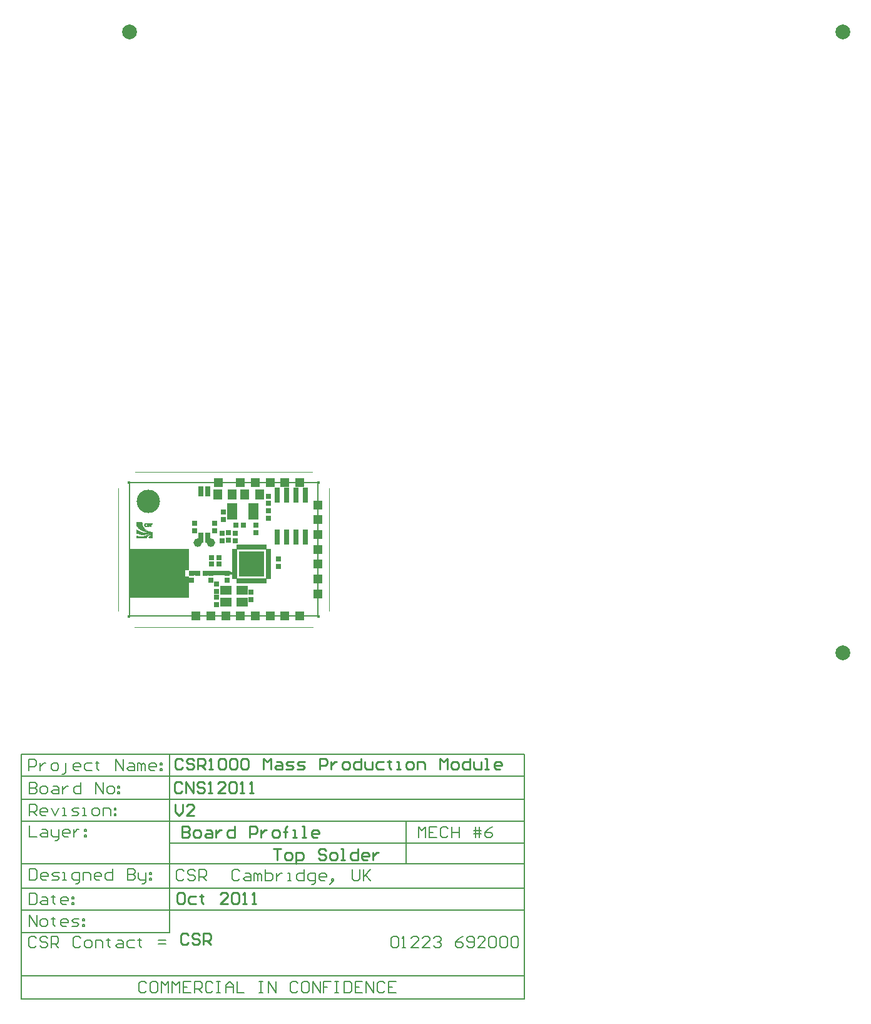
<source format=gts>
%FSAX44Y44*%
%MOMM*%
G71*
G01*
G75*
G04 Layer_Color=8388736*
%ADD10R,0.6000X1.9000*%
%ADD11R,0.3500X0.5000*%
%ADD12R,0.5000X0.3500*%
%ADD13R,3.2000X3.2000*%
%ADD14R,1.4000X1.1000*%
%ADD15R,0.6000X1.2000*%
%ADD16R,1.3000X2.1000*%
%ADD17R,1.0000X1.2000*%
%ADD18R,0.5000X0.5000*%
%ADD19C,1.0000*%
%ADD20R,0.5000X0.5000*%
%ADD21C,0.2600*%
%ADD22C,0.2000*%
%ADD23C,0.1500*%
%ADD24C,0.4500*%
%ADD25C,0.3500*%
%ADD26C,0.1250*%
%ADD27C,0.4000*%
%ADD28C,0.2540*%
%ADD29C,0.3000*%
%ADD30C,0.5000*%
%ADD31C,0.0000*%
%ADD32C,0.1000*%
%ADD33R,1.0000X1.0000*%
%ADD34C,0.3000*%
%ADD35R,1.0000X1.0000*%
%ADD36C,3.0000*%
%ADD37C,0.6000*%
%ADD38C,0.0142*%
%ADD39C,0.0203*%
%ADD40C,0.0081*%
%ADD41R,8.0500X2.8750*%
%ADD42R,7.5500X1.0250*%
%ADD43R,0.7500X2.0500*%
%ADD44R,0.5100X0.6600*%
%ADD45R,0.6600X0.5100*%
%ADD46R,3.3600X3.3600*%
%ADD47R,1.5500X1.2500*%
%ADD48R,0.7600X1.3600*%
%ADD49R,1.4500X2.2500*%
%ADD50R,1.1500X1.3500*%
%ADD51R,0.6500X0.6500*%
%ADD52C,2.0000*%
%ADD53R,0.6500X0.6500*%
%ADD54R,1.1600X1.1600*%
%ADD55C,0.4500*%
%ADD56R,1.1600X1.1600*%
%ADD57C,3.1600*%
%ADD58C,0.7600*%
%ADD59C,1.1600*%
G36*
X00464554Y00906600D02*
X00460075D01*
X00461153Y00907852D01*
X00462663Y00910061D01*
X00463841Y00912196D01*
X00464554Y00913771D01*
X00464554Y00906600D01*
D02*
G37*
G36*
X00529440Y00855400D02*
X00514840D01*
X00514840Y00861900D01*
X00529440D01*
Y00855400D01*
D02*
G37*
G36*
X00569387Y00861846D02*
Y00860950D01*
X00573640Y00860100D01*
Y00856600D01*
X00569387Y00856175D01*
Y00855351D01*
X00532892D01*
Y00861849D01*
X00569387Y00861846D01*
D02*
G37*
G36*
X00450918Y00925635D02*
X00451470Y00923352D01*
X00452243Y00921401D01*
X00453495Y00919376D01*
X00454894Y00917756D01*
X00455888Y00916909D01*
X00456993Y00916062D01*
X00458539Y00915179D01*
X00460122Y00914516D01*
X00461889Y00914037D01*
X00463950Y00913756D01*
X00462037Y00913632D01*
X00459754Y00913669D01*
X00456735Y00914074D01*
X00453826Y00914810D01*
X00451286Y00915805D01*
X00449519Y00916762D01*
X00447531Y00918161D01*
X00445653Y00919928D01*
X00444424Y00921449D01*
X00443407Y00922874D01*
Y00927751D01*
X00450788D01*
X00450918Y00925635D01*
D02*
G37*
G36*
X00445358Y00915841D02*
X00447494Y00914626D01*
X00450255Y00913485D01*
X00452832Y00912822D01*
X00455041Y00912491D01*
X00457435Y00912417D01*
X00459865Y00912601D01*
X00461889Y00912970D01*
X00464136Y00913595D01*
X00462295Y00912601D01*
X00459938Y00911644D01*
X00457655Y00910945D01*
X00455336Y00910466D01*
X00452869Y00910208D01*
X00450660Y00910171D01*
X00448046Y00910576D01*
X00445432Y00911349D01*
X00443407Y00912270D01*
X00443407Y00917277D01*
X00445358Y00915841D01*
D02*
G37*
G36*
X00463583Y00912564D02*
X00461411Y00910208D01*
X00459828Y00908699D01*
X00458355Y00907520D01*
X00457145Y00906593D01*
X00443407Y00906600D01*
Y00908497D01*
X00445211Y00908036D01*
X00447126Y00907741D01*
X00448782Y00907631D01*
X00450329D01*
X00452096Y00907778D01*
X00453900Y00908073D01*
X00455851Y00908588D01*
X00457508Y00909177D01*
X00459165Y00909914D01*
X00461079Y00911018D01*
X00462773Y00912196D01*
X00464062Y00913301D01*
X00463583Y00912564D01*
D02*
G37*
D22*
X00967940Y00282760D02*
Y00432640D01*
X00287837Y00282569D02*
X00967836D01*
X00807837Y00465498D02*
Y00522569D01*
X00487940Y00493569D02*
X00761837D01*
X00487940Y00405173D02*
Y00432640D01*
X00287940Y00416569D02*
Y00432640D01*
X00757836Y00493569D02*
X00967940D01*
X00287837Y00372569D02*
X00487836D01*
X00287940Y00282760D02*
Y00416569D01*
Y00613760D02*
X00967940Y00613640D01*
X00287940Y00552640D02*
X00477940Y00552640D01*
X00287940Y00522640D02*
X00477940D01*
X00287940Y00432640D02*
X00477940D01*
X00287940Y00402640D02*
X00477940D01*
X00487940Y00432640D02*
Y00613760D01*
X00287940Y00432640D02*
Y00613760D01*
X00477940Y00552640D02*
X00967940D01*
X00477940Y00522640D02*
X00967940D01*
X00477940Y00432640D02*
X00967940D01*
X00477940Y00402640D02*
X00967940D01*
Y00432640D02*
Y00613640D01*
X00487940Y00372569D02*
Y00405173D01*
X00287940Y00465569D02*
X00967940D01*
X00287940Y00583569D02*
X00967940D01*
X00287940Y00313569D02*
X00967940D01*
X00456937Y00303256D02*
X00454437Y00305755D01*
X00449439D01*
X00446940Y00303256D01*
Y00293259D01*
X00449439Y00290760D01*
X00454437D01*
X00456937Y00293259D01*
X00469433Y00305755D02*
X00464434D01*
X00461935Y00303256D01*
Y00293259D01*
X00464434Y00290760D01*
X00469433D01*
X00471932Y00293259D01*
Y00303256D01*
X00469433Y00305755D01*
X00476930Y00290760D02*
Y00305755D01*
X00481929Y00300757D01*
X00486927Y00305755D01*
Y00290760D01*
X00491925D02*
Y00305755D01*
X00496924Y00300757D01*
X00501922Y00305755D01*
Y00290760D01*
X00516917Y00305755D02*
X00506921D01*
Y00290760D01*
X00516917D01*
X00506921Y00298258D02*
X00511919D01*
X00521916Y00290760D02*
Y00305755D01*
X00529413D01*
X00531912Y00303256D01*
Y00298258D01*
X00529413Y00295758D01*
X00521916D01*
X00526914D02*
X00531912Y00290760D01*
X00546908Y00303256D02*
X00544408Y00305755D01*
X00539410D01*
X00536911Y00303256D01*
Y00293259D01*
X00539410Y00290760D01*
X00544408D01*
X00546908Y00293259D01*
X00551906Y00305755D02*
X00556904D01*
X00554405D01*
Y00290760D01*
X00551906D01*
X00556904D01*
X00564402D02*
Y00300757D01*
X00569400Y00305755D01*
X00574399Y00300757D01*
Y00290760D01*
Y00298258D01*
X00564402D01*
X00579397Y00305755D02*
Y00290760D01*
X00589394D01*
X00609387Y00305755D02*
X00614386D01*
X00611887D01*
Y00290760D01*
X00609387D01*
X00614386D01*
X00621883D02*
Y00305755D01*
X00631880Y00290760D01*
Y00305755D01*
X00661870Y00303256D02*
X00659371Y00305755D01*
X00654373D01*
X00651874Y00303256D01*
Y00293259D01*
X00654373Y00290760D01*
X00659371D01*
X00661870Y00293259D01*
X00674366Y00305755D02*
X00669368D01*
X00666869Y00303256D01*
Y00293259D01*
X00669368Y00290760D01*
X00674366D01*
X00676865Y00293259D01*
Y00303256D01*
X00674366Y00305755D01*
X00681864Y00290760D02*
Y00305755D01*
X00691861Y00290760D01*
Y00305755D01*
X00706856D02*
X00696859D01*
Y00298258D01*
X00701857D01*
X00696859D01*
Y00290760D01*
X00711854Y00305755D02*
X00716853D01*
X00714353D01*
Y00290760D01*
X00711854D01*
X00716853D01*
X00724350Y00305755D02*
Y00290760D01*
X00731848D01*
X00734347Y00293259D01*
Y00303256D01*
X00731848Y00305755D01*
X00724350D01*
X00749342D02*
X00739345D01*
Y00290760D01*
X00749342D01*
X00739345Y00298258D02*
X00744344D01*
X00754341Y00290760D02*
Y00305755D01*
X00764337Y00290760D01*
Y00305755D01*
X00779332Y00303256D02*
X00776833Y00305755D01*
X00771835D01*
X00769336Y00303256D01*
Y00293259D01*
X00771835Y00290760D01*
X00776833D01*
X00779332Y00293259D01*
X00794327Y00305755D02*
X00784331D01*
Y00290760D01*
X00794327D01*
X00784331Y00298258D02*
X00789329D01*
X00298336Y00380569D02*
Y00395564D01*
X00308333Y00380569D01*
Y00395564D01*
X00315831Y00380569D02*
X00320829D01*
X00323328Y00383068D01*
Y00388067D01*
X00320829Y00390566D01*
X00315831D01*
X00313332Y00388067D01*
Y00383068D01*
X00315831Y00380569D01*
X00330826Y00393065D02*
Y00390566D01*
X00328327D01*
X00333325D01*
X00330826D01*
Y00383068D01*
X00333325Y00380569D01*
X00348320D02*
X00343322D01*
X00340823Y00383068D01*
Y00388067D01*
X00343322Y00390566D01*
X00348320D01*
X00350819Y00388067D01*
Y00385568D01*
X00340823D01*
X00355818Y00380569D02*
X00363315D01*
X00365815Y00383068D01*
X00363315Y00385568D01*
X00358317D01*
X00355818Y00388067D01*
X00358317Y00390566D01*
X00365815D01*
X00370813D02*
X00373312D01*
Y00388067D01*
X00370813D01*
Y00390566D01*
Y00383068D02*
X00373312D01*
Y00380569D01*
X00370813D01*
Y00383068D01*
X00298336Y00530569D02*
Y00545564D01*
X00305834D01*
X00308333Y00543065D01*
Y00538067D01*
X00305834Y00535568D01*
X00298336D01*
X00303335D02*
X00308333Y00530569D01*
X00320829D02*
X00315831D01*
X00313332Y00533068D01*
Y00538067D01*
X00315831Y00540566D01*
X00320829D01*
X00323328Y00538067D01*
Y00535568D01*
X00313332D01*
X00328327Y00540566D02*
X00333325Y00530569D01*
X00338324Y00540566D01*
X00343322Y00530569D02*
X00348320D01*
X00345821D01*
Y00540566D01*
X00343322D01*
X00355818Y00530569D02*
X00363315D01*
X00365815Y00533068D01*
X00363315Y00535568D01*
X00358317D01*
X00355818Y00538067D01*
X00358317Y00540566D01*
X00365815D01*
X00370813Y00530569D02*
X00375811D01*
X00373312D01*
Y00540566D01*
X00370813D01*
X00385808Y00530569D02*
X00390807D01*
X00393306Y00533068D01*
Y00538067D01*
X00390807Y00540566D01*
X00385808D01*
X00383309Y00538067D01*
Y00533068D01*
X00385808Y00530569D01*
X00398304D02*
Y00540566D01*
X00405802D01*
X00408301Y00538067D01*
Y00530569D01*
X00413299Y00540566D02*
X00415798D01*
Y00538067D01*
X00413299D01*
Y00540566D01*
Y00533068D02*
X00415798D01*
Y00530569D01*
X00413299D01*
Y00533068D01*
X00298336Y00516564D02*
Y00501569D01*
X00308333D01*
X00315831Y00511566D02*
X00320829D01*
X00323328Y00509067D01*
Y00501569D01*
X00315831D01*
X00313332Y00504068D01*
X00315831Y00506567D01*
X00323328D01*
X00328327Y00511566D02*
Y00504068D01*
X00330826Y00501569D01*
X00338324D01*
Y00499070D01*
X00335824Y00496571D01*
X00333325D01*
X00338324Y00501569D02*
Y00511566D01*
X00350819Y00501569D02*
X00345821D01*
X00343322Y00504068D01*
Y00509067D01*
X00345821Y00511566D01*
X00350819D01*
X00353319Y00509067D01*
Y00506567D01*
X00343322D01*
X00358317Y00511566D02*
Y00501569D01*
Y00506567D01*
X00360816Y00509067D01*
X00363315Y00511566D01*
X00365815D01*
X00373312D02*
X00375811D01*
Y00509067D01*
X00373312D01*
Y00511566D01*
Y00504068D02*
X00375811D01*
Y00501569D01*
X00373312D01*
Y00504068D01*
X00298836Y00458564D02*
Y00443569D01*
X00306334D01*
X00308833Y00446068D01*
Y00456065D01*
X00306334Y00458564D01*
X00298836D01*
X00321329Y00443569D02*
X00316331D01*
X00313832Y00446068D01*
Y00451067D01*
X00316331Y00453566D01*
X00321329D01*
X00323828Y00451067D01*
Y00448568D01*
X00313832D01*
X00328827Y00443569D02*
X00336324D01*
X00338824Y00446068D01*
X00336324Y00448568D01*
X00331326D01*
X00328827Y00451067D01*
X00331326Y00453566D01*
X00338824D01*
X00343822Y00443569D02*
X00348820D01*
X00346321D01*
Y00453566D01*
X00343822D01*
X00361316Y00438571D02*
X00363815D01*
X00366315Y00441070D01*
Y00453566D01*
X00358817D01*
X00356318Y00451067D01*
Y00446068D01*
X00358817Y00443569D01*
X00366315D01*
X00371313D02*
Y00453566D01*
X00378811D01*
X00381310Y00451067D01*
Y00443569D01*
X00393806D02*
X00388807D01*
X00386308Y00446068D01*
Y00451067D01*
X00388807Y00453566D01*
X00393806D01*
X00396305Y00451067D01*
Y00448568D01*
X00386308D01*
X00411300Y00458564D02*
Y00443569D01*
X00403802D01*
X00401303Y00446068D01*
Y00451067D01*
X00403802Y00453566D01*
X00411300D01*
X00431293Y00458564D02*
Y00443569D01*
X00438791D01*
X00441290Y00446068D01*
Y00448568D01*
X00438791Y00451067D01*
X00431293D01*
X00438791D01*
X00441290Y00453566D01*
Y00456065D01*
X00438791Y00458564D01*
X00431293D01*
X00446289Y00453566D02*
Y00446068D01*
X00448788Y00443569D01*
X00456285D01*
Y00441070D01*
X00453786Y00438571D01*
X00451287D01*
X00456285Y00443569D02*
Y00453566D01*
X00461284D02*
X00463783D01*
Y00451067D01*
X00461284D01*
Y00453566D01*
Y00446068D02*
X00463783D01*
Y00443569D01*
X00461284D01*
Y00446068D01*
X00298336Y00425564D02*
Y00410569D01*
X00305834D01*
X00308333Y00413068D01*
Y00423065D01*
X00305834Y00425564D01*
X00298336D01*
X00315831Y00420566D02*
X00320829D01*
X00323328Y00418067D01*
Y00410569D01*
X00315831D01*
X00313332Y00413068D01*
X00315831Y00415568D01*
X00323328D01*
X00330826Y00423065D02*
Y00420566D01*
X00328327D01*
X00333325D01*
X00330826D01*
Y00413068D01*
X00333325Y00410569D01*
X00348320D02*
X00343322D01*
X00340823Y00413068D01*
Y00418067D01*
X00343322Y00420566D01*
X00348320D01*
X00350819Y00418067D01*
Y00415568D01*
X00340823D01*
X00355818Y00420566D02*
X00358317D01*
Y00418067D01*
X00355818D01*
Y00420566D01*
Y00413068D02*
X00358317D01*
Y00410569D01*
X00355818D01*
Y00413068D01*
X00507937Y00455136D02*
X00505438Y00457635D01*
X00500439D01*
X00497940Y00455136D01*
Y00445139D01*
X00500439Y00442640D01*
X00505438D01*
X00507937Y00445139D01*
X00522932Y00455136D02*
X00520433Y00457635D01*
X00515434D01*
X00512935Y00455136D01*
Y00452637D01*
X00515434Y00450137D01*
X00520433D01*
X00522932Y00447638D01*
Y00445139D01*
X00520433Y00442640D01*
X00515434D01*
X00512935Y00445139D01*
X00527930Y00442640D02*
Y00457635D01*
X00535428D01*
X00537927Y00455136D01*
Y00450137D01*
X00535428Y00447638D01*
X00527930D01*
X00532929D02*
X00537927Y00442640D01*
X00582912Y00455136D02*
X00580413Y00457635D01*
X00575415D01*
X00572916Y00455136D01*
Y00445139D01*
X00575415Y00442640D01*
X00580413D01*
X00582912Y00445139D01*
X00590410Y00452637D02*
X00595409D01*
X00597908Y00450137D01*
Y00442640D01*
X00590410D01*
X00587911Y00445139D01*
X00590410Y00447638D01*
X00597908D01*
X00602906Y00442640D02*
Y00452637D01*
X00605405D01*
X00607904Y00450137D01*
Y00442640D01*
Y00450137D01*
X00610404Y00452637D01*
X00612903Y00450137D01*
Y00442640D01*
X00617901Y00457635D02*
Y00442640D01*
X00625399D01*
X00627898Y00445139D01*
Y00447638D01*
Y00450137D01*
X00625399Y00452637D01*
X00617901D01*
X00632896D02*
Y00442640D01*
Y00447638D01*
X00635396Y00450137D01*
X00637895Y00452637D01*
X00640394D01*
X00647891Y00442640D02*
X00652890D01*
X00650391D01*
Y00452637D01*
X00647891D01*
X00670384Y00457635D02*
Y00442640D01*
X00662887D01*
X00660387Y00445139D01*
Y00450137D01*
X00662887Y00452637D01*
X00670384D01*
X00680381Y00437641D02*
X00682880D01*
X00685379Y00440141D01*
Y00452637D01*
X00677882D01*
X00675383Y00450137D01*
Y00445139D01*
X00677882Y00442640D01*
X00685379D01*
X00697875D02*
X00692877D01*
X00690378Y00445139D01*
Y00450137D01*
X00692877Y00452637D01*
X00697875D01*
X00700375Y00450137D01*
Y00447638D01*
X00690378D01*
X00707872Y00440141D02*
X00710371Y00442640D01*
Y00445139D01*
X00707872D01*
Y00442640D01*
X00710371D01*
X00707872Y00440141D01*
X00705373Y00437641D01*
X00735363Y00457635D02*
Y00445139D01*
X00737862Y00442640D01*
X00742861D01*
X00745360Y00445139D01*
Y00457635D01*
X00750358D02*
Y00442640D01*
Y00447638D01*
X00760355Y00457635D01*
X00752858Y00450137D01*
X00760355Y00442640D01*
X00824837Y00500569D02*
Y00515564D01*
X00829835Y00510566D01*
X00834834Y00515564D01*
Y00500569D01*
X00849829Y00515564D02*
X00839832D01*
Y00500569D01*
X00849829D01*
X00839832Y00508067D02*
X00844830D01*
X00864824Y00513065D02*
X00862325Y00515564D01*
X00857327D01*
X00854827Y00513065D01*
Y00503068D01*
X00857327Y00500569D01*
X00862325D01*
X00864824Y00503068D01*
X00869822Y00515564D02*
Y00500569D01*
Y00508067D01*
X00879819D01*
Y00515564D01*
Y00500569D01*
X00902312D02*
Y00515564D01*
X00907310D02*
Y00500569D01*
X00899813Y00510566D02*
X00907310D01*
X00909809D01*
X00899813Y00505567D02*
X00909809D01*
X00924805Y00515564D02*
X00919806Y00513065D01*
X00914808Y00508067D01*
Y00503068D01*
X00917307Y00500569D01*
X00922305D01*
X00924805Y00503068D01*
Y00505567D01*
X00922305Y00508067D01*
X00914808D01*
X00298336Y00575564D02*
Y00560569D01*
X00305834D01*
X00308333Y00563068D01*
Y00565568D01*
X00305834Y00568067D01*
X00298336D01*
X00305834D01*
X00308333Y00570566D01*
Y00573065D01*
X00305834Y00575564D01*
X00298336D01*
X00315831Y00560569D02*
X00320829D01*
X00323328Y00563068D01*
Y00568067D01*
X00320829Y00570566D01*
X00315831D01*
X00313332Y00568067D01*
Y00563068D01*
X00315831Y00560569D01*
X00330826Y00570566D02*
X00335824D01*
X00338324Y00568067D01*
Y00560569D01*
X00330826D01*
X00328327Y00563068D01*
X00330826Y00565568D01*
X00338324D01*
X00343322Y00570566D02*
Y00560569D01*
Y00565568D01*
X00345821Y00568067D01*
X00348320Y00570566D01*
X00350819D01*
X00368314Y00575564D02*
Y00560569D01*
X00360816D01*
X00358317Y00563068D01*
Y00568067D01*
X00360816Y00570566D01*
X00368314D01*
X00388307Y00560569D02*
Y00575564D01*
X00398304Y00560569D01*
Y00575564D01*
X00405802Y00560569D02*
X00410800D01*
X00413299Y00563068D01*
Y00568067D01*
X00410800Y00570566D01*
X00405802D01*
X00403302Y00568067D01*
Y00563068D01*
X00405802Y00560569D01*
X00418298Y00570566D02*
X00420797D01*
Y00568067D01*
X00418298D01*
Y00570566D01*
Y00563068D02*
X00420797D01*
Y00560569D01*
X00418298D01*
Y00563068D01*
X00307937Y00364256D02*
X00305438Y00366755D01*
X00300439D01*
X00297940Y00364256D01*
Y00354259D01*
X00300439Y00351760D01*
X00305438D01*
X00307937Y00354259D01*
X00322932Y00364256D02*
X00320433Y00366755D01*
X00315434D01*
X00312935Y00364256D01*
Y00361757D01*
X00315434Y00359258D01*
X00320433D01*
X00322932Y00356758D01*
Y00354259D01*
X00320433Y00351760D01*
X00315434D01*
X00312935Y00354259D01*
X00327930Y00351760D02*
Y00366755D01*
X00335428D01*
X00337927Y00364256D01*
Y00359258D01*
X00335428Y00356758D01*
X00327930D01*
X00332929D02*
X00337927Y00351760D01*
X00367917Y00364256D02*
X00365418Y00366755D01*
X00360420D01*
X00357921Y00364256D01*
Y00354259D01*
X00360420Y00351760D01*
X00365418D01*
X00367917Y00354259D01*
X00375415Y00351760D02*
X00380413D01*
X00382912Y00354259D01*
Y00359258D01*
X00380413Y00361757D01*
X00375415D01*
X00372916Y00359258D01*
Y00354259D01*
X00375415Y00351760D01*
X00387911D02*
Y00361757D01*
X00395408D01*
X00397908Y00359258D01*
Y00351760D01*
X00405405Y00364256D02*
Y00361757D01*
X00402906D01*
X00407904D01*
X00405405D01*
Y00354259D01*
X00407904Y00351760D01*
X00417901Y00361757D02*
X00422900D01*
X00425399Y00359258D01*
Y00351760D01*
X00417901D01*
X00415402Y00354259D01*
X00417901Y00356758D01*
X00425399D01*
X00440394Y00361757D02*
X00432896D01*
X00430397Y00359258D01*
Y00354259D01*
X00432896Y00351760D01*
X00440394D01*
X00447891Y00364256D02*
Y00361757D01*
X00445392D01*
X00450391D01*
X00447891D01*
Y00354259D01*
X00450391Y00351760D01*
X00472883Y00356758D02*
X00482880D01*
X00472883Y00361757D02*
X00482880D01*
X00787781Y00364256D02*
X00790281Y00366755D01*
X00795279D01*
X00797778Y00364256D01*
Y00354259D01*
X00795279Y00351760D01*
X00790281D01*
X00787781Y00354259D01*
Y00364256D01*
X00802776Y00351760D02*
X00807775D01*
X00805276D01*
Y00366755D01*
X00802776Y00364256D01*
X00825269Y00351760D02*
X00815273D01*
X00825269Y00361757D01*
Y00364256D01*
X00822770Y00366755D01*
X00817772D01*
X00815273Y00364256D01*
X00840264Y00351760D02*
X00830268D01*
X00840264Y00361757D01*
Y00364256D01*
X00837765Y00366755D01*
X00832767D01*
X00830268Y00364256D01*
X00845263D02*
X00847762Y00366755D01*
X00852760D01*
X00855259Y00364256D01*
Y00361757D01*
X00852760Y00359258D01*
X00850261D01*
X00852760D01*
X00855259Y00356758D01*
Y00354259D01*
X00852760Y00351760D01*
X00847762D01*
X00845263Y00354259D01*
X00885250Y00366755D02*
X00880251Y00364256D01*
X00875253Y00359258D01*
Y00354259D01*
X00877752Y00351760D01*
X00882751D01*
X00885250Y00354259D01*
Y00356758D01*
X00882751Y00359258D01*
X00875253D01*
X00890248Y00354259D02*
X00892747Y00351760D01*
X00897746D01*
X00900245Y00354259D01*
Y00364256D01*
X00897746Y00366755D01*
X00892747D01*
X00890248Y00364256D01*
Y00361757D01*
X00892747Y00359258D01*
X00900245D01*
X00915240Y00351760D02*
X00905243D01*
X00915240Y00361757D01*
Y00364256D01*
X00912741Y00366755D01*
X00907742D01*
X00905243Y00364256D01*
X00920238D02*
X00922738Y00366755D01*
X00927736D01*
X00930235Y00364256D01*
Y00354259D01*
X00927736Y00351760D01*
X00922738D01*
X00920238Y00354259D01*
Y00364256D01*
X00935234D02*
X00937733Y00366755D01*
X00942731D01*
X00945230Y00364256D01*
Y00354259D01*
X00942731Y00351760D01*
X00937733D01*
X00935234Y00354259D01*
Y00364256D01*
X00950229D02*
X00952728Y00366755D01*
X00957726D01*
X00960226Y00364256D01*
Y00354259D01*
X00957726Y00351760D01*
X00952728D01*
X00950229Y00354259D01*
Y00364256D01*
X00297940Y00591760D02*
Y00606755D01*
X00305438D01*
X00307937Y00604256D01*
Y00599258D01*
X00305438Y00596758D01*
X00297940D01*
X00312935Y00601757D02*
Y00591760D01*
Y00596758D01*
X00315434Y00599258D01*
X00317934Y00601757D01*
X00320433D01*
X00330429Y00591760D02*
X00335428D01*
X00337927Y00594259D01*
Y00599258D01*
X00335428Y00601757D01*
X00330429D01*
X00327930Y00599258D01*
Y00594259D01*
X00330429Y00591760D01*
X00342925Y00586762D02*
X00345425D01*
X00347924Y00589261D01*
Y00601757D01*
X00365418Y00591760D02*
X00360420D01*
X00357921Y00594259D01*
Y00599258D01*
X00360420Y00601757D01*
X00365418D01*
X00367917Y00599258D01*
Y00596758D01*
X00357921D01*
X00382912Y00601757D02*
X00375415D01*
X00372916Y00599258D01*
Y00594259D01*
X00375415Y00591760D01*
X00382912D01*
X00390410Y00604256D02*
Y00601757D01*
X00387911D01*
X00392909D01*
X00390410D01*
Y00594259D01*
X00392909Y00591760D01*
X00415402D02*
Y00606755D01*
X00425399Y00591760D01*
Y00606755D01*
X00432896Y00601757D02*
X00437895D01*
X00440394Y00599258D01*
Y00591760D01*
X00432896D01*
X00430397Y00594259D01*
X00432896Y00596758D01*
X00440394D01*
X00445392Y00591760D02*
Y00601757D01*
X00447891D01*
X00450391Y00599258D01*
Y00591760D01*
Y00599258D01*
X00452890Y00601757D01*
X00455389Y00599258D01*
Y00591760D01*
X00467885D02*
X00462887D01*
X00460387Y00594259D01*
Y00599258D01*
X00462887Y00601757D01*
X00467885D01*
X00470384Y00599258D01*
Y00596758D01*
X00460387D01*
X00475382Y00601757D02*
X00477882D01*
Y00599258D01*
X00475382D01*
Y00601757D01*
Y00594259D02*
X00477882D01*
Y00591760D01*
X00475382D01*
Y00594259D01*
D23*
X00434140Y00800600D02*
Y00980600D01*
X00689140D01*
Y00800600D02*
Y00980600D01*
X00434140Y00800600D02*
X00689140D01*
D28*
X00629140Y00485835D02*
X00639297D01*
X00634218D01*
Y00470600D01*
X00646914D02*
X00651993D01*
X00654532Y00473139D01*
Y00478218D01*
X00651993Y00480757D01*
X00646914D01*
X00644375Y00478218D01*
Y00473139D01*
X00646914Y00470600D01*
X00659610Y00465522D02*
Y00480757D01*
X00667228D01*
X00669767Y00478218D01*
Y00473139D01*
X00667228Y00470600D01*
X00659610D01*
X00700237Y00483296D02*
X00697698Y00485835D01*
X00692619D01*
X00690080Y00483296D01*
Y00480757D01*
X00692619Y00478218D01*
X00697698D01*
X00700237Y00475678D01*
Y00473139D01*
X00697698Y00470600D01*
X00692619D01*
X00690080Y00473139D01*
X00707855Y00470600D02*
X00712933D01*
X00715472Y00473139D01*
Y00478218D01*
X00712933Y00480757D01*
X00707855D01*
X00705315Y00478218D01*
Y00473139D01*
X00707855Y00470600D01*
X00720551D02*
X00725629D01*
X00723090D01*
Y00485835D01*
X00720551D01*
X00743403D02*
Y00470600D01*
X00735786D01*
X00733246Y00473139D01*
Y00478218D01*
X00735786Y00480757D01*
X00743403D01*
X00756099Y00470600D02*
X00751021D01*
X00748481Y00473139D01*
Y00478218D01*
X00751021Y00480757D01*
X00756099D01*
X00758638Y00478218D01*
Y00475678D01*
X00748481D01*
X00763717Y00480757D02*
Y00470600D01*
Y00475678D01*
X00766256Y00478218D01*
X00768795Y00480757D01*
X00771334D01*
X00505070Y00516085D02*
Y00500850D01*
X00512687D01*
X00515227Y00503389D01*
Y00505928D01*
X00512687Y00508467D01*
X00505070D01*
X00512687D01*
X00515227Y00511007D01*
Y00513546D01*
X00512687Y00516085D01*
X00505070D01*
X00522844Y00500850D02*
X00527923D01*
X00530462Y00503389D01*
Y00508467D01*
X00527923Y00511007D01*
X00522844D01*
X00520305Y00508467D01*
Y00503389D01*
X00522844Y00500850D01*
X00538079Y00511007D02*
X00543158D01*
X00545697Y00508467D01*
Y00500850D01*
X00538079D01*
X00535540Y00503389D01*
X00538079Y00505928D01*
X00545697D01*
X00550775Y00511007D02*
Y00500850D01*
Y00505928D01*
X00553314Y00508467D01*
X00555854Y00511007D01*
X00558393D01*
X00576167Y00516085D02*
Y00500850D01*
X00568549D01*
X00566010Y00503389D01*
Y00508467D01*
X00568549Y00511007D01*
X00576167D01*
X00596480Y00500850D02*
Y00516085D01*
X00604098D01*
X00606637Y00513546D01*
Y00508467D01*
X00604098Y00505928D01*
X00596480D01*
X00611716Y00511007D02*
Y00500850D01*
Y00505928D01*
X00614255Y00508467D01*
X00616794Y00511007D01*
X00619333D01*
X00629490Y00500850D02*
X00634568D01*
X00637107Y00503389D01*
Y00508467D01*
X00634568Y00511007D01*
X00629490D01*
X00626951Y00508467D01*
Y00503389D01*
X00629490Y00500850D01*
X00644725D02*
Y00513546D01*
Y00508467D01*
X00642186D01*
X00647264D01*
X00644725D01*
Y00513546D01*
X00647264Y00516085D01*
X00654882Y00500850D02*
X00659960D01*
X00657421D01*
Y00511007D01*
X00654882D01*
X00667577Y00500850D02*
X00672656D01*
X00670117D01*
Y00516085D01*
X00667577D01*
X00687891Y00500850D02*
X00682812D01*
X00680273Y00503389D01*
Y00508467D01*
X00682812Y00511007D01*
X00687891D01*
X00690430Y00508467D01*
Y00505928D01*
X00680273D01*
X00506097Y00605456D02*
X00503558Y00607995D01*
X00498479D01*
X00495940Y00605456D01*
Y00595299D01*
X00498479Y00592760D01*
X00503558D01*
X00506097Y00595299D01*
X00521332Y00605456D02*
X00518793Y00607995D01*
X00513714D01*
X00511175Y00605456D01*
Y00602917D01*
X00513714Y00600378D01*
X00518793D01*
X00521332Y00597838D01*
Y00595299D01*
X00518793Y00592760D01*
X00513714D01*
X00511175Y00595299D01*
X00526410Y00592760D02*
Y00607995D01*
X00534028D01*
X00536567Y00605456D01*
Y00600378D01*
X00534028Y00597838D01*
X00526410D01*
X00531488D02*
X00536567Y00592760D01*
X00541645D02*
X00546724D01*
X00544184D01*
Y00607995D01*
X00541645Y00605456D01*
X00554341D02*
X00556880Y00607995D01*
X00561959D01*
X00564498Y00605456D01*
Y00595299D01*
X00561959Y00592760D01*
X00556880D01*
X00554341Y00595299D01*
Y00605456D01*
X00569576D02*
X00572115Y00607995D01*
X00577194D01*
X00579733Y00605456D01*
Y00595299D01*
X00577194Y00592760D01*
X00572115D01*
X00569576Y00595299D01*
Y00605456D01*
X00584811D02*
X00587350Y00607995D01*
X00592429D01*
X00594968Y00605456D01*
Y00595299D01*
X00592429Y00592760D01*
X00587350D01*
X00584811Y00595299D01*
Y00605456D01*
X00615281Y00592760D02*
Y00607995D01*
X00620360Y00602917D01*
X00625438Y00607995D01*
Y00592760D01*
X00633056Y00602917D02*
X00638134D01*
X00640673Y00600378D01*
Y00592760D01*
X00633056D01*
X00630517Y00595299D01*
X00633056Y00597838D01*
X00640673D01*
X00645751Y00592760D02*
X00653369D01*
X00655908Y00595299D01*
X00653369Y00597838D01*
X00648291D01*
X00645751Y00600378D01*
X00648291Y00602917D01*
X00655908D01*
X00660987Y00592760D02*
X00668604D01*
X00671143Y00595299D01*
X00668604Y00597838D01*
X00663526D01*
X00660987Y00600378D01*
X00663526Y00602917D01*
X00671143D01*
X00691457Y00592760D02*
Y00607995D01*
X00699074D01*
X00701613Y00605456D01*
Y00600378D01*
X00699074Y00597838D01*
X00691457D01*
X00706692Y00602917D02*
Y00592760D01*
Y00597838D01*
X00709231Y00600378D01*
X00711770Y00602917D01*
X00714309D01*
X00724466Y00592760D02*
X00729544D01*
X00732084Y00595299D01*
Y00600378D01*
X00729544Y00602917D01*
X00724466D01*
X00721927Y00600378D01*
Y00595299D01*
X00724466Y00592760D01*
X00747319Y00607995D02*
Y00592760D01*
X00739701D01*
X00737162Y00595299D01*
Y00600378D01*
X00739701Y00602917D01*
X00747319D01*
X00752397D02*
Y00595299D01*
X00754936Y00592760D01*
X00762554D01*
Y00602917D01*
X00777789D02*
X00770171D01*
X00767632Y00600378D01*
Y00595299D01*
X00770171Y00592760D01*
X00777789D01*
X00785406Y00605456D02*
Y00602917D01*
X00782867D01*
X00787945D01*
X00785406D01*
Y00595299D01*
X00787945Y00592760D01*
X00795563D02*
X00800641D01*
X00798102D01*
Y00602917D01*
X00795563D01*
X00810798Y00592760D02*
X00815876D01*
X00818416Y00595299D01*
Y00600378D01*
X00815876Y00602917D01*
X00810798D01*
X00808259Y00600378D01*
Y00595299D01*
X00810798Y00592760D01*
X00823494D02*
Y00602917D01*
X00831112D01*
X00833651Y00600378D01*
Y00592760D01*
X00853964D02*
Y00607995D01*
X00859043Y00602917D01*
X00864121Y00607995D01*
Y00592760D01*
X00871738D02*
X00876817D01*
X00879356Y00595299D01*
Y00600378D01*
X00876817Y00602917D01*
X00871738D01*
X00869199Y00600378D01*
Y00595299D01*
X00871738Y00592760D01*
X00894591Y00607995D02*
Y00592760D01*
X00886973D01*
X00884434Y00595299D01*
Y00600378D01*
X00886973Y00602917D01*
X00894591D01*
X00899669D02*
Y00595299D01*
X00902209Y00592760D01*
X00909826D01*
Y00602917D01*
X00914904Y00592760D02*
X00919983D01*
X00917444D01*
Y00607995D01*
X00914904D01*
X00935218Y00592760D02*
X00930139D01*
X00927600Y00595299D01*
Y00600378D01*
X00930139Y00602917D01*
X00935218D01*
X00937757Y00600378D01*
Y00597838D01*
X00927600D01*
X00505097Y00573706D02*
X00502557Y00576245D01*
X00497479D01*
X00494940Y00573706D01*
Y00563549D01*
X00497479Y00561010D01*
X00502557D01*
X00505097Y00563549D01*
X00510175Y00561010D02*
Y00576245D01*
X00520332Y00561010D01*
Y00576245D01*
X00535567Y00573706D02*
X00533028Y00576245D01*
X00527949D01*
X00525410Y00573706D01*
Y00571167D01*
X00527949Y00568628D01*
X00533028D01*
X00535567Y00566088D01*
Y00563549D01*
X00533028Y00561010D01*
X00527949D01*
X00525410Y00563549D01*
X00540645Y00561010D02*
X00545724D01*
X00543184D01*
Y00576245D01*
X00540645Y00573706D01*
X00563498Y00561010D02*
X00553341D01*
X00563498Y00571167D01*
Y00573706D01*
X00560959Y00576245D01*
X00555880D01*
X00553341Y00573706D01*
X00568576D02*
X00571115Y00576245D01*
X00576194D01*
X00578733Y00573706D01*
Y00563549D01*
X00576194Y00561010D01*
X00571115D01*
X00568576Y00563549D01*
Y00573706D01*
X00583811Y00561010D02*
X00588890D01*
X00586350D01*
Y00576245D01*
X00583811Y00573706D01*
X00596507Y00561010D02*
X00601586D01*
X00599046D01*
Y00576245D01*
X00596507Y00573706D01*
X00495690Y00545495D02*
Y00535338D01*
X00500768Y00530260D01*
X00505847Y00535338D01*
Y00545495D01*
X00521082Y00530260D02*
X00510925D01*
X00521082Y00540417D01*
Y00542956D01*
X00518543Y00545495D01*
X00513464D01*
X00510925Y00542956D01*
X00513847Y00368956D02*
X00511307Y00371495D01*
X00506229D01*
X00503690Y00368956D01*
Y00358799D01*
X00506229Y00356260D01*
X00511307D01*
X00513847Y00358799D01*
X00529082Y00368956D02*
X00526543Y00371495D01*
X00521464D01*
X00518925Y00368956D01*
Y00366417D01*
X00521464Y00363877D01*
X00526543D01*
X00529082Y00361338D01*
Y00358799D01*
X00526543Y00356260D01*
X00521464D01*
X00518925Y00358799D01*
X00534160Y00356260D02*
Y00371495D01*
X00541778D01*
X00544317Y00368956D01*
Y00363877D01*
X00541778Y00361338D01*
X00534160D01*
X00539239D02*
X00544317Y00356260D01*
X00506307Y00426245D02*
X00501229D01*
X00498690Y00423706D01*
Y00413549D01*
X00501229Y00411010D01*
X00506307D01*
X00508847Y00413549D01*
Y00423706D01*
X00506307Y00426245D01*
X00524082Y00421167D02*
X00516464D01*
X00513925Y00418628D01*
Y00413549D01*
X00516464Y00411010D01*
X00524082D01*
X00531699Y00423706D02*
Y00421167D01*
X00529160D01*
X00534239D01*
X00531699D01*
Y00413549D01*
X00534239Y00411010D01*
X00567248D02*
X00557091D01*
X00567248Y00421167D01*
Y00423706D01*
X00564709Y00426245D01*
X00559630D01*
X00557091Y00423706D01*
X00572326D02*
X00574865Y00426245D01*
X00579944D01*
X00582483Y00423706D01*
Y00413549D01*
X00579944Y00411010D01*
X00574865D01*
X00572326Y00413549D01*
Y00423706D01*
X00587561Y00411010D02*
X00592640D01*
X00590100D01*
Y00426245D01*
X00587561Y00423706D01*
X00600257Y00411010D02*
X00605336D01*
X00602796D01*
Y00426245D01*
X00600257Y00423706D01*
D31*
X00653980Y00980600D02*
X00674300D01*
X00613980D02*
X00634300D01*
X00513980Y00800600D02*
X00534300D01*
X00573980D02*
X00594300D01*
X00553980D02*
X00574300D01*
X00533980D02*
X00554300D01*
X00593980D02*
X00614300D01*
X00613980D02*
X00634300D01*
X00633980D02*
X00654300D01*
X00653980D02*
X00674300D01*
X00689140Y00820440D02*
Y00840760D01*
Y00840440D02*
Y00860760D01*
Y00860440D02*
Y00880760D01*
Y00880440D02*
Y00900760D01*
Y00900440D02*
Y00920760D01*
Y00920440D02*
Y00940760D01*
Y00940690D02*
Y00961010D01*
X00593980Y00980600D02*
X00614300D01*
X00573980D02*
X00594300D01*
D32*
X00441640Y00995600D02*
X00681640D01*
X00703890Y00973350D02*
X00704140Y00807600D01*
X00441140Y00785600D02*
X00682140D01*
X00419140Y00807600D02*
Y00973600D01*
D38*
X00443407Y00912270D02*
G03*
X00451875Y00910156I00008468J00015905D01*
G01*
D02*
G03*
X00464508Y00913784I-00000589J00025861D01*
G01*
X00460070Y00906595D02*
G03*
X00464526Y00913782I-00018467J00016425D01*
G01*
X00457145Y00906593D02*
G03*
X00464531Y00913788I-00018561J00026442D01*
G01*
X00443419Y00908497D02*
G03*
X00464514Y00913775I00006026J00020709D01*
G01*
X00443407Y00917277D02*
G03*
X00464324Y00913694I00013623J00016679D01*
G01*
X00450962Y00915953D02*
G03*
X00464130Y00913775I00010485J00022494D01*
G01*
X00443407Y00922874D02*
G03*
X00450962Y00915953I00016053J00009941D01*
G01*
X00450788Y00927751D02*
G03*
X00464554Y00913771I00013878J-00000101D01*
G01*
X00443407Y00906600D02*
Y00908497D01*
Y00906600D02*
X00457140D01*
X00443407Y00917277D02*
X00443407Y00912270D01*
X00464554Y00906600D02*
X00464554Y00913771D01*
X00460075Y00906600D02*
X00464554D01*
X00443407Y00922874D02*
Y00927751D01*
D39*
X00462528Y00913679D02*
X00464257D01*
D40*
X00462787Y00925109D02*
Y00925819D01*
X00462936Y00921892D02*
Y00923620D01*
X00461627Y00921892D02*
Y00925819D01*
X00455866Y00925932D02*
X00456241D01*
X00459345D02*
X00459757D01*
X00463871D02*
X00464172D01*
X00455567Y00925894D02*
X00456540D01*
X00459009D02*
X00460131D01*
X00463685D02*
X00464395D01*
X00455380Y00925857D02*
X00456727D01*
X00458822D02*
X00460280D01*
X00463572D02*
X00464433D01*
X00455230Y00925819D02*
X00456876D01*
X00458672D02*
X00460467D01*
X00461627D02*
X00462787D01*
X00463498D02*
X00464433D01*
X00455118Y00925782D02*
X00456989D01*
X00458597D02*
X00460580D01*
X00461627D02*
X00462787D01*
X00463423D02*
X00464433D01*
X00455043Y00925745D02*
X00457101D01*
X00458522D02*
X00460692D01*
X00461627D02*
X00462787D01*
X00463348D02*
X00464433D01*
X00454931Y00925707D02*
X00457176D01*
X00458410D02*
X00460767D01*
X00461627D02*
X00462787D01*
X00463310D02*
X00464433D01*
X00454856Y00925670D02*
X00457169D01*
X00458335D02*
X00460767D01*
X00461627D02*
X00462787D01*
X00463273D02*
X00464415D01*
X00454782Y00925632D02*
X00457169D01*
X00458298D02*
X00460767D01*
X00461627D02*
X00462787D01*
X00463198D02*
X00464415D01*
X00454707Y00925595D02*
X00457169D01*
X00458223D02*
X00460767D01*
X00461627D02*
X00462787D01*
X00463161D02*
X00464415D01*
X00454669Y00925558D02*
X00457169D01*
X00458148D02*
X00460729D01*
X00461627D02*
X00462787D01*
X00463123D02*
X00464415D01*
X00454595Y00925520D02*
X00457169D01*
X00458111D02*
X00460729D01*
X00461627D02*
X00462787D01*
X00463086D02*
X00464415D01*
X00454520Y00925483D02*
X00457169D01*
X00458073D02*
X00460729D01*
X00461627D02*
X00462787D01*
X00463086D02*
X00464395D01*
X00454482Y00925445D02*
X00457169D01*
X00458036D02*
X00460729D01*
X00461627D02*
X00462787D01*
X00463049D02*
X00464395D01*
X00454445Y00925408D02*
X00457169D01*
X00457999D02*
X00460729D01*
X00461627D02*
X00462787D01*
X00463011D02*
X00464395D01*
X00454408Y00925371D02*
X00457169D01*
X00457961D02*
X00460729D01*
X00461627D02*
X00462787D01*
X00462974D02*
X00464395D01*
X00454370Y00925333D02*
X00457138D01*
X00457924D02*
X00460692D01*
X00461627D02*
X00462787D01*
X00462974D02*
X00464395D01*
X00454333Y00925296D02*
X00457138D01*
X00457924D02*
X00460692D01*
X00461627D02*
X00462787D01*
X00462936D02*
X00464395D01*
X00454295Y00925258D02*
X00457138D01*
X00457886D02*
X00460692D01*
X00461627D02*
X00462787D01*
X00462936D02*
X00464395D01*
X00454258Y00925221D02*
X00457138D01*
X00457849D02*
X00460692D01*
X00461627D02*
X00462787D01*
X00462899D02*
X00464395D01*
X00454221Y00925184D02*
X00457138D01*
X00457849D02*
X00460692D01*
X00461627D02*
X00462787D01*
X00462862D02*
X00464378D01*
X00454183Y00925146D02*
X00457138D01*
X00457812D02*
X00460692D01*
X00461627D02*
X00462787D01*
X00462862D02*
X00464378D01*
X00454183Y00925109D02*
X00457138D01*
X00457812D02*
X00460692D01*
X00461627D02*
X00462787D01*
X00462824D02*
X00464378D01*
X00454146Y00925071D02*
X00457138D01*
X00457774D02*
X00459420D01*
X00459719D02*
X00460692D01*
X00461627D02*
X00464378D01*
X00454108Y00925034D02*
X00457138D01*
X00457774D02*
X00459271D01*
X00459944D02*
X00460655D01*
X00461627D02*
X00464378D01*
X00454071Y00924996D02*
X00457138D01*
X00457737D02*
X00459158D01*
X00460206D02*
X00460655D01*
X00461627D02*
X00464378D01*
X00454071Y00924959D02*
X00456128D01*
X00456465D02*
X00457138D01*
X00457737D02*
X00459121D01*
X00460280D02*
X00460655D01*
X00461627D02*
X00464358D01*
X00454071Y00924922D02*
X00455941D01*
X00456652D02*
X00457101D01*
X00457737D02*
X00459121D01*
X00460393D02*
X00460655D01*
X00461627D02*
X00464358D01*
X00454034Y00924884D02*
X00455829D01*
X00456764D02*
X00457101D01*
X00457737D02*
X00459083D01*
X00460467D02*
X00460655D01*
X00461627D02*
X00464358D01*
X00454034Y00924847D02*
X00455754D01*
X00456876D02*
X00457101D01*
X00457699D02*
X00459083D01*
X00460542D02*
X00460655D01*
X00461627D02*
X00464358D01*
X00453996Y00924809D02*
X00455679D01*
X00456951D02*
X00457101D01*
X00457699D02*
X00459046D01*
X00460617D02*
X00460655D01*
X00461627D02*
X00464358D01*
X00453996Y00924772D02*
X00455605D01*
X00457026D02*
X00457101D01*
X00457699D02*
X00459046D01*
X00461627D02*
X00463685D01*
X00464171D02*
X00464358D01*
X00453959Y00924735D02*
X00455605D01*
X00457699D02*
X00459046D01*
X00461627D02*
X00463572D01*
X00464320D02*
X00464358D01*
X00453959Y00924697D02*
X00455567D01*
X00457699D02*
X00459046D01*
X00461627D02*
X00463498D01*
X00453959Y00924660D02*
X00455530D01*
X00457699D02*
X00459083D01*
X00461627D02*
X00463423D01*
X00453921Y00924622D02*
X00455492D01*
X00457699D02*
X00459083D01*
X00461627D02*
X00463348D01*
X00453921Y00924585D02*
X00455455D01*
X00457699D02*
X00459121D01*
X00461627D02*
X00463310D01*
X00453884Y00924548D02*
X00455418D01*
X00457699D02*
X00459158D01*
X00461627D02*
X00463273D01*
X00453884Y00924510D02*
X00455380D01*
X00457699D02*
X00459233D01*
X00461627D02*
X00463198D01*
X00453884Y00924473D02*
X00455343D01*
X00457699D02*
X00459308D01*
X00461627D02*
X00463161D01*
X00453884Y00924435D02*
X00455305D01*
X00457699D02*
X00459420D01*
X00461627D02*
X00463161D01*
X00453847Y00924398D02*
X00455305D01*
X00457737D02*
X00459570D01*
X00461627D02*
X00463161D01*
X00453847Y00924361D02*
X00455268D01*
X00457737D02*
X00459682D01*
X00461627D02*
X00463123D01*
X00453847Y00924323D02*
X00455268D01*
X00457737D02*
X00459794D01*
X00461627D02*
X00463123D01*
X00453847Y00924286D02*
X00455268D01*
X00457737D02*
X00459906D01*
X00461627D02*
X00463086D01*
X00453847Y00924248D02*
X00455230D01*
X00457774D02*
X00460056D01*
X00461627D02*
X00463086D01*
X00453809Y00924211D02*
X00455230D01*
X00457774D02*
X00460131D01*
X00461627D02*
X00463049D01*
X00453809Y00924174D02*
X00455230D01*
X00457812D02*
X00460206D01*
X00461627D02*
X00463049D01*
X00453809Y00924136D02*
X00455193D01*
X00457812D02*
X00460280D01*
X00461627D02*
X00463049D01*
X00453809Y00924099D02*
X00455193D01*
X00457849D02*
X00460393D01*
X00461627D02*
X00463011D01*
X00453809Y00924061D02*
X00455193D01*
X00457849D02*
X00460467D01*
X00461627D02*
X00463011D01*
X00453809Y00924024D02*
X00455193D01*
X00457886D02*
X00460580D01*
X00461627D02*
X00463011D01*
X00453809Y00923987D02*
X00455193D01*
X00457961D02*
X00460617D01*
X00461627D02*
X00462974D01*
X00453809Y00923949D02*
X00455193D01*
X00457999D02*
X00460655D01*
X00461627D02*
X00462974D01*
X00453809Y00923912D02*
X00455193D01*
X00458036D02*
X00460692D01*
X00461627D02*
X00462974D01*
X00453809Y00923874D02*
X00455193D01*
X00458073D02*
X00460729D01*
X00461627D02*
X00462974D01*
X00453809Y00923837D02*
X00455193D01*
X00458111D02*
X00460767D01*
X00461627D02*
X00462974D01*
X00453809Y00923800D02*
X00455193D01*
X00458148D02*
X00460804D01*
X00461627D02*
X00462957D01*
X00453809Y00923762D02*
X00455193D01*
X00458223D02*
X00460804D01*
X00461627D02*
X00462957D01*
X00453809Y00923725D02*
X00455193D01*
X00458298D02*
X00460842D01*
X00461627D02*
X00462957D01*
X00453809Y00923687D02*
X00455193D01*
X00458373D02*
X00460879D01*
X00461627D02*
X00462957D01*
X00453809Y00923650D02*
X00455193D01*
X00458447D02*
X00460879D01*
X00461627D02*
X00462936D01*
X00453809Y00923613D02*
X00455193D01*
X00458522D02*
X00460916D01*
X00461627D02*
X00462936D01*
X00453809Y00923575D02*
X00455193D01*
X00458597D02*
X00460916D01*
X00461627D02*
X00462936D01*
X00453809Y00923538D02*
X00455230D01*
X00458709D02*
X00460954D01*
X00461627D02*
X00462936D01*
X00453809Y00923500D02*
X00455230D01*
X00458934D02*
X00460954D01*
X00461627D02*
X00462936D01*
X00453847Y00923463D02*
X00455230D01*
X00459046D02*
X00460991D01*
X00461627D02*
X00462936D01*
X00453847Y00923426D02*
X00455268D01*
X00459158D02*
X00460991D01*
X00461627D02*
X00462936D01*
X00453847Y00923388D02*
X00455268D01*
X00459271D02*
X00460991D01*
X00461627D02*
X00462936D01*
X00453847Y00923351D02*
X00455305D01*
X00459383D02*
X00460991D01*
X00461627D02*
X00462936D01*
X00453847Y00923313D02*
X00455305D01*
X00459458D02*
X00460991D01*
X00461627D02*
X00462936D01*
X00453884Y00923276D02*
X00455343D01*
X00459532D02*
X00460991D01*
X00461627D02*
X00462936D01*
X00453884Y00923238D02*
X00455343D01*
X00459570D02*
X00461029D01*
X00461627D02*
X00462936D01*
X00453884Y00923201D02*
X00455380D01*
X00459607D02*
X00461029D01*
X00461627D02*
X00462936D01*
X00453884Y00923164D02*
X00455380D01*
X00459607D02*
X00461029D01*
X00461627D02*
X00462936D01*
X00453921Y00923126D02*
X00455418D01*
X00459645D02*
X00461029D01*
X00461627D02*
X00462936D01*
X00453921Y00923089D02*
X00455455D01*
X00459645D02*
X00461029D01*
X00461627D02*
X00462936D01*
X00453921Y00923051D02*
X00455492D01*
X00459645D02*
X00461029D01*
X00461627D02*
X00462936D01*
X00453959Y00923014D02*
X00455567D01*
X00459645D02*
X00461029D01*
X00461627D02*
X00462936D01*
X00453959Y00922977D02*
X00455605D01*
X00457849D02*
X00457886D01*
X00459645D02*
X00461029D01*
X00461627D02*
X00462936D01*
X00453996Y00922939D02*
X00455642D01*
X00457101D02*
X00457176D01*
X00457849D02*
X00457961D01*
X00459645D02*
X00460991D01*
X00461627D02*
X00462936D01*
X00453996Y00922902D02*
X00455717D01*
X00457063D02*
X00457176D01*
X00457849D02*
X00458036D01*
X00459645D02*
X00460991D01*
X00461627D02*
X00462936D01*
X00454034Y00922864D02*
X00455754D01*
X00456989D02*
X00457176D01*
X00457849D02*
X00458148D01*
X00459607D02*
X00460991D01*
X00461627D02*
X00462936D01*
X00454034Y00922827D02*
X00455866D01*
X00456876D02*
X00457176D01*
X00457849D02*
X00458186D01*
X00459607D02*
X00460991D01*
X00461627D02*
X00462936D01*
X00454071Y00922790D02*
X00455979D01*
X00456764D02*
X00457176D01*
X00457812D02*
X00458335D01*
X00459570D02*
X00460991D01*
X00461627D02*
X00462936D01*
X00454071Y00922752D02*
X00456128D01*
X00456577D02*
X00457176D01*
X00457812D02*
X00458447D01*
X00459495D02*
X00460954D01*
X00461627D02*
X00462936D01*
X00454071Y00922715D02*
X00457176D01*
X00457812D02*
X00458634D01*
X00459383D02*
X00460954D01*
X00461627D02*
X00462936D01*
X00454108Y00922677D02*
X00457176D01*
X00457812D02*
X00458907D01*
X00459121D02*
X00460954D01*
X00461627D02*
X00462936D01*
X00454108Y00922640D02*
X00457176D01*
X00457812D02*
X00460954D01*
X00461627D02*
X00462936D01*
X00454146Y00922602D02*
X00457199D01*
X00457812D02*
X00460916D01*
X00461627D02*
X00462936D01*
X00454183Y00922565D02*
X00457199D01*
X00457812D02*
X00460916D01*
X00461627D02*
X00462936D01*
X00454183Y00922528D02*
X00457199D01*
X00457812D02*
X00460879D01*
X00461627D02*
X00462936D01*
X00454258Y00922490D02*
X00457199D01*
X00457812D02*
X00460842D01*
X00461627D02*
X00462936D01*
X00454295Y00922453D02*
X00457199D01*
X00457812D02*
X00460842D01*
X00461627D02*
X00462936D01*
X00454333Y00922415D02*
X00457199D01*
X00457812D02*
X00460804D01*
X00461627D02*
X00462936D01*
X00454370Y00922378D02*
X00457199D01*
X00457774D02*
X00460767D01*
X00461627D02*
X00462936D01*
X00454408Y00922341D02*
X00457199D01*
X00457774D02*
X00460729D01*
X00461627D02*
X00462936D01*
X00454445Y00922303D02*
X00457199D01*
X00457774D02*
X00460729D01*
X00461627D02*
X00462936D01*
X00454482Y00922266D02*
X00457199D01*
X00457774D02*
X00460692D01*
X00461627D02*
X00462936D01*
X00454520Y00922228D02*
X00457199D01*
X00457774D02*
X00460655D01*
X00461627D02*
X00462936D01*
X00454557Y00922191D02*
X00457213D01*
X00457774D02*
X00460655D01*
X00461627D02*
X00462936D01*
X00454595Y00922154D02*
X00457213D01*
X00457774D02*
X00460617D01*
X00461627D02*
X00462936D01*
X00454632Y00922116D02*
X00457213D01*
X00457774D02*
X00460542D01*
X00461627D02*
X00462936D01*
X00454707Y00922079D02*
X00457213D01*
X00457774D02*
X00460505D01*
X00461627D02*
X00462936D01*
X00454744Y00922041D02*
X00457213D01*
X00457774D02*
X00460430D01*
X00461627D02*
X00462936D01*
X00454894Y00922004D02*
X00457213D01*
X00457774D02*
X00460318D01*
X00461627D02*
X00462936D01*
X00454969Y00921967D02*
X00457213D01*
X00457849D02*
X00460243D01*
X00461627D02*
X00462936D01*
X00455081Y00921929D02*
X00457138D01*
X00457961D02*
X00460131D01*
X00461627D02*
X00462936D01*
X00455118Y00921892D02*
X00457063D01*
X00458111D02*
X00460093D01*
X00461627D02*
X00462936D01*
X00455268Y00921854D02*
X00456876D01*
X00458260D02*
X00459944D01*
X00455418Y00921817D02*
X00456689D01*
X00458447D02*
X00459794D01*
X00455605Y00921780D02*
X00456465D01*
X00458709D02*
X00459570D01*
D41*
X00474731Y00839489D02*
D03*
Y00876739D02*
D03*
D42*
X00472231Y00857488D02*
D03*
D43*
X00634090Y00907600D02*
D03*
X00646790Y00907600D02*
D03*
X00659490Y00907600D02*
D03*
X00672190Y00907600D02*
D03*
X00634090Y00963600D02*
D03*
X00646790Y00963600D02*
D03*
X00659490Y00963600D02*
D03*
X00672190Y00963600D02*
D03*
D44*
X00581640Y00893350D02*
D03*
X00586640D02*
D03*
X00591640D02*
D03*
X00596640D02*
D03*
X00606640Y00847850D02*
D03*
X00601640D02*
D03*
X00596640D02*
D03*
X00591640D02*
D03*
X00586640D02*
D03*
X00581640D02*
D03*
X00616640Y00893350D02*
D03*
X00611640D02*
D03*
X00606640D02*
D03*
X00601640D02*
D03*
X00616640Y00847850D02*
D03*
X00611640D02*
D03*
D45*
X00576140Y00888350D02*
D03*
Y00883350D02*
D03*
Y00878350D02*
D03*
Y00873350D02*
D03*
Y00868350D02*
D03*
Y00863350D02*
D03*
Y00858350D02*
D03*
X00621890Y00878350D02*
D03*
Y00883600D02*
D03*
Y00888350D02*
D03*
Y00873350D02*
D03*
Y00868350D02*
D03*
Y00863350D02*
D03*
Y00858350D02*
D03*
Y00853350D02*
D03*
X00576140Y00853350D02*
D03*
D46*
X00599140Y00870600D02*
D03*
D47*
X00586140Y00819600D02*
D03*
X00564140D02*
D03*
Y00835600D02*
D03*
X00586140Y00835600D02*
D03*
D48*
X00530640Y00906100D02*
D03*
Y00969100D02*
D03*
X00539640D02*
D03*
Y00906100D02*
D03*
D49*
X00573015Y00942100D02*
D03*
X00601265D02*
D03*
D50*
X00610140Y00964600D02*
D03*
X00590140D02*
D03*
X00553140D02*
D03*
X00573140D02*
D03*
D51*
X00518140Y00848600D02*
D03*
Y00858600D02*
D03*
X00622140Y00962600D02*
D03*
Y00952600D02*
D03*
X00577140Y00912600D02*
D03*
Y00902600D02*
D03*
X00635140Y00877600D02*
D03*
Y00867600D02*
D03*
X00622140Y00942600D02*
D03*
Y00932600D02*
D03*
X00552140Y00833600D02*
D03*
Y00843600D02*
D03*
X00561140Y00930850D02*
D03*
Y00940850D02*
D03*
X00598140Y00822600D02*
D03*
Y00832600D02*
D03*
X00549140Y00925600D02*
D03*
Y00915600D02*
D03*
X00522140Y00925600D02*
D03*
Y00915600D02*
D03*
X00552140Y00825600D02*
D03*
Y00815600D02*
D03*
X00559140Y00912600D02*
D03*
Y00902600D02*
D03*
X00544140Y00848600D02*
D03*
Y00858600D02*
D03*
X00605140Y00923600D02*
D03*
Y00913600D02*
D03*
X00567890Y00902850D02*
D03*
Y00912850D02*
D03*
X00566140Y00848600D02*
D03*
Y00858600D02*
D03*
D52*
X01399140Y00750600D02*
D03*
Y01590600D02*
D03*
X00434140D02*
D03*
D53*
X00578140Y00923100D02*
D03*
X00588140D02*
D03*
X00545140Y00870600D02*
D03*
X00555140D02*
D03*
X00526140Y00858600D02*
D03*
X00536140D02*
D03*
X00545140Y00879600D02*
D03*
X00555140D02*
D03*
D54*
X00664140Y00980600D02*
D03*
X00644140D02*
D03*
X00554140D02*
D03*
X00624140D02*
D03*
X00524140Y00800600D02*
D03*
X00584140D02*
D03*
X00564140D02*
D03*
X00544140D02*
D03*
X00604140D02*
D03*
X00624140D02*
D03*
X00644140D02*
D03*
X00664140D02*
D03*
X00604140Y00980600D02*
D03*
X00584140D02*
D03*
D55*
X00689890Y00981350D02*
D03*
Y00799850D02*
D03*
X00433390D02*
D03*
Y00981350D02*
D03*
D56*
X00689140Y00830600D02*
D03*
Y00850600D02*
D03*
Y00870600D02*
D03*
Y00890600D02*
D03*
Y00910600D02*
D03*
Y00930600D02*
D03*
Y00950850D02*
D03*
D57*
X00459140Y00955600D02*
D03*
D58*
X00599320Y00870340D02*
D03*
X00610490Y00881350D02*
D03*
X00587890D02*
D03*
X00599390D02*
D03*
Y00859350D02*
D03*
X00587890Y00859550D02*
D03*
X00610490Y00859350D02*
D03*
X00587890Y00870350D02*
D03*
X00610490D02*
D03*
D59*
X00526140Y00899300D02*
D03*
X00544140D02*
D03*
M02*

</source>
